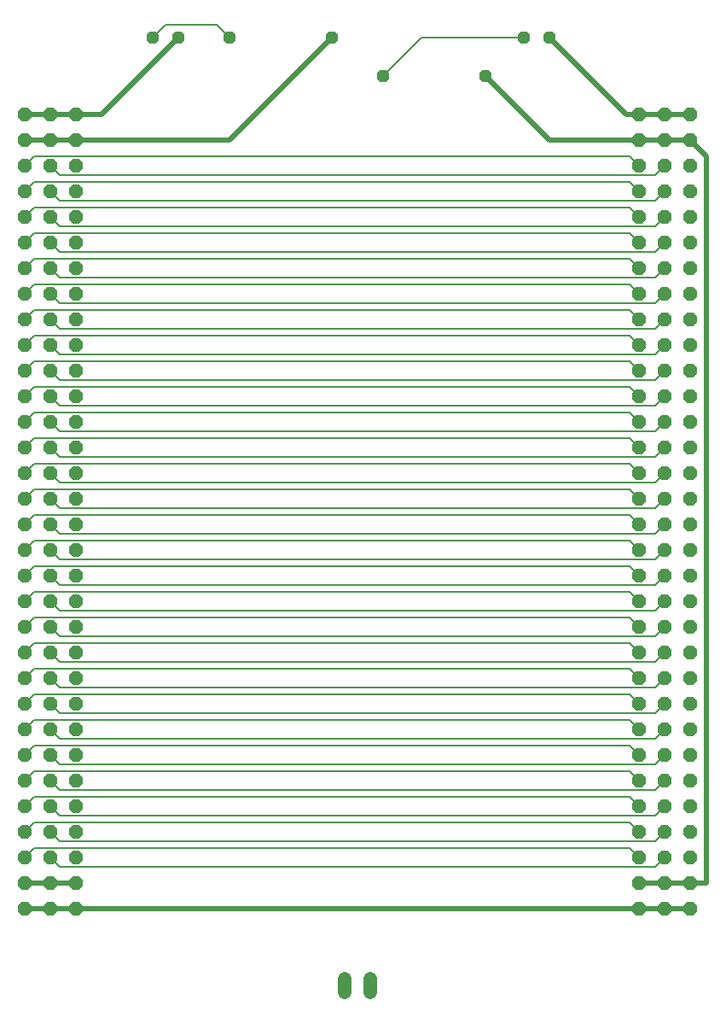
<source format=gbr>
G04 EAGLE Gerber RS-274X export*
G75*
%MOMM*%
%FSLAX34Y34*%
%LPD*%
%INTop Copper*%
%IPPOS*%
%AMOC8*
5,1,8,0,0,1.08239X$1,22.5*%
G01*
%ADD10P,1.484606X8X22.500000*%
%ADD11P,1.319650X8X22.500000*%
%ADD12C,1.371600*%
%ADD13C,0.508000*%
%ADD14C,0.152400*%


D10*
X50800Y965200D03*
X50800Y939800D03*
X50800Y914400D03*
X50800Y889000D03*
X50800Y863600D03*
X50800Y838200D03*
X50800Y812800D03*
X50800Y787400D03*
X50800Y762000D03*
X50800Y736600D03*
X50800Y711200D03*
X50800Y685800D03*
X50800Y660400D03*
X50800Y635000D03*
X50800Y609600D03*
X50800Y584200D03*
X101600Y965200D03*
X101600Y939800D03*
X101600Y914400D03*
X101600Y889000D03*
X101600Y863600D03*
X101600Y838200D03*
X101600Y812800D03*
X101600Y787400D03*
X101600Y762000D03*
X101600Y736600D03*
X101600Y711200D03*
X101600Y685800D03*
X101600Y660400D03*
X101600Y635000D03*
X101600Y609600D03*
X101600Y584200D03*
X76200Y965200D03*
X76200Y939800D03*
X76200Y914400D03*
X76200Y889000D03*
X76200Y863600D03*
X76200Y838200D03*
X76200Y812800D03*
X76200Y787400D03*
X76200Y762000D03*
X76200Y736600D03*
X76200Y711200D03*
X76200Y685800D03*
X76200Y660400D03*
X76200Y635000D03*
X76200Y609600D03*
X76200Y584200D03*
X50800Y558800D03*
X50800Y533400D03*
X50800Y508000D03*
X50800Y482600D03*
X50800Y457200D03*
X50800Y431800D03*
X50800Y406400D03*
X50800Y381000D03*
X50800Y355600D03*
X50800Y330200D03*
X50800Y304800D03*
X50800Y279400D03*
X50800Y254000D03*
X50800Y228600D03*
X50800Y203200D03*
X50800Y177800D03*
X101600Y558800D03*
X101600Y533400D03*
X101600Y508000D03*
X101600Y482600D03*
X101600Y457200D03*
X101600Y431800D03*
X101600Y406400D03*
X101600Y381000D03*
X101600Y355600D03*
X101600Y330200D03*
X101600Y304800D03*
X101600Y279400D03*
X101600Y254000D03*
X101600Y228600D03*
X101600Y203200D03*
X101600Y177800D03*
X76200Y558800D03*
X76200Y533400D03*
X76200Y508000D03*
X76200Y482600D03*
X76200Y457200D03*
X76200Y431800D03*
X76200Y406400D03*
X76200Y381000D03*
X76200Y355600D03*
X76200Y330200D03*
X76200Y304800D03*
X76200Y279400D03*
X76200Y254000D03*
X76200Y228600D03*
X76200Y203200D03*
X76200Y177800D03*
X660400Y965200D03*
X660400Y939800D03*
X660400Y914400D03*
X660400Y889000D03*
X660400Y863600D03*
X660400Y838200D03*
X660400Y812800D03*
X660400Y787400D03*
X660400Y762000D03*
X660400Y736600D03*
X660400Y711200D03*
X660400Y685800D03*
X660400Y660400D03*
X660400Y635000D03*
X660400Y609600D03*
X660400Y584200D03*
X711200Y965200D03*
X711200Y939800D03*
X711200Y914400D03*
X711200Y889000D03*
X711200Y863600D03*
X711200Y838200D03*
X711200Y812800D03*
X711200Y787400D03*
X711200Y762000D03*
X711200Y736600D03*
X711200Y711200D03*
X711200Y685800D03*
X711200Y660400D03*
X711200Y635000D03*
X711200Y609600D03*
X711200Y584200D03*
X685800Y965200D03*
X685800Y939800D03*
X685800Y914400D03*
X685800Y889000D03*
X685800Y863600D03*
X685800Y838200D03*
X685800Y812800D03*
X685800Y787400D03*
X685800Y762000D03*
X685800Y736600D03*
X685800Y711200D03*
X685800Y685800D03*
X685800Y660400D03*
X685800Y635000D03*
X685800Y609600D03*
X685800Y584200D03*
X660400Y558800D03*
X660400Y533400D03*
X660400Y508000D03*
X660400Y482600D03*
X660400Y457200D03*
X660400Y431800D03*
X660400Y406400D03*
X660400Y381000D03*
X660400Y355600D03*
X660400Y330200D03*
X660400Y304800D03*
X660400Y279400D03*
X660400Y254000D03*
X660400Y228600D03*
X660400Y203200D03*
X660400Y177800D03*
X711200Y558800D03*
X711200Y533400D03*
X711200Y508000D03*
X711200Y482600D03*
X711200Y457200D03*
X711200Y431800D03*
X711200Y406400D03*
X711200Y381000D03*
X711200Y355600D03*
X711200Y330200D03*
X711200Y304800D03*
X711200Y279400D03*
X711200Y254000D03*
X711200Y228600D03*
X711200Y203200D03*
X711200Y177800D03*
X685800Y558800D03*
X685800Y533400D03*
X685800Y508000D03*
X685800Y482600D03*
X685800Y457200D03*
X685800Y431800D03*
X685800Y406400D03*
X685800Y381000D03*
X685800Y355600D03*
X685800Y330200D03*
X685800Y304800D03*
X685800Y279400D03*
X685800Y254000D03*
X685800Y228600D03*
X685800Y203200D03*
X685800Y177800D03*
D11*
X177800Y1041400D03*
X203200Y1041400D03*
X254000Y1041400D03*
X355600Y1041400D03*
X546100Y1041400D03*
X571500Y1041400D03*
X406400Y1003300D03*
X508000Y1003300D03*
D12*
X393700Y108458D02*
X393700Y94742D01*
X368300Y94742D02*
X368300Y108458D01*
D13*
X76200Y177800D02*
X50800Y177800D01*
X76200Y177800D02*
X101600Y177800D01*
X660400Y177800D02*
X685800Y177800D01*
X711200Y177800D01*
X660400Y177800D02*
X101600Y177800D01*
X647700Y965200D02*
X571500Y1041400D01*
X647700Y965200D02*
X660400Y965200D01*
X685800Y965200D01*
X711200Y965200D01*
X76200Y965200D02*
X50800Y965200D01*
X127000Y965200D02*
X203200Y1041400D01*
X127000Y965200D02*
X101600Y965200D01*
X76200Y965200D01*
D14*
X60325Y923925D02*
X50800Y914400D01*
X60325Y923925D02*
X650875Y923925D01*
X660400Y914400D01*
X60325Y898525D02*
X50800Y889000D01*
X60325Y898525D02*
X650875Y898525D01*
X660400Y889000D01*
X60325Y873125D02*
X50800Y863600D01*
X60325Y873125D02*
X650875Y873125D01*
X660400Y863600D01*
X60325Y847725D02*
X50800Y838200D01*
X60325Y847725D02*
X650875Y847725D01*
X660400Y838200D01*
X60325Y822325D02*
X50800Y812800D01*
X60325Y822325D02*
X650875Y822325D01*
X660400Y812800D01*
X60325Y796925D02*
X50800Y787400D01*
X60325Y796925D02*
X650875Y796925D01*
X660400Y787400D01*
X60325Y771525D02*
X50800Y762000D01*
X60325Y771525D02*
X650875Y771525D01*
X660400Y762000D01*
X60325Y746125D02*
X50800Y736600D01*
X60325Y746125D02*
X650875Y746125D01*
X660400Y736600D01*
X60325Y720725D02*
X50800Y711200D01*
X60325Y720725D02*
X650875Y720725D01*
X660400Y711200D01*
X60325Y695325D02*
X50800Y685800D01*
X60325Y695325D02*
X650875Y695325D01*
X660400Y685800D01*
X60325Y669925D02*
X50800Y660400D01*
X60325Y669925D02*
X650875Y669925D01*
X660400Y660400D01*
X60325Y644525D02*
X50800Y635000D01*
X60325Y644525D02*
X650875Y644525D01*
X660400Y635000D01*
X60325Y619125D02*
X50800Y609600D01*
X60325Y619125D02*
X650875Y619125D01*
X660400Y609600D01*
X60325Y593725D02*
X50800Y584200D01*
X60325Y593725D02*
X650875Y593725D01*
X660400Y584200D01*
X60325Y568325D02*
X50800Y558800D01*
X60325Y568325D02*
X650875Y568325D01*
X660400Y558800D01*
X60325Y542925D02*
X50800Y533400D01*
X60325Y542925D02*
X650875Y542925D01*
X660400Y533400D01*
X60325Y517525D02*
X50800Y508000D01*
X60325Y517525D02*
X650875Y517525D01*
X660400Y508000D01*
X60325Y492125D02*
X50800Y482600D01*
X60325Y492125D02*
X650875Y492125D01*
X660400Y482600D01*
X60325Y466725D02*
X50800Y457200D01*
X60325Y466725D02*
X650875Y466725D01*
X660400Y457200D01*
X60325Y441325D02*
X50800Y431800D01*
X60325Y441325D02*
X650875Y441325D01*
X660400Y431800D01*
X60325Y415925D02*
X50800Y406400D01*
X60325Y415925D02*
X650875Y415925D01*
X660400Y406400D01*
X60325Y390525D02*
X50800Y381000D01*
X60325Y390525D02*
X650875Y390525D01*
X660400Y381000D01*
X60325Y365125D02*
X50800Y355600D01*
X60325Y365125D02*
X650875Y365125D01*
X660400Y355600D01*
X60325Y339725D02*
X50800Y330200D01*
X60325Y339725D02*
X650875Y339725D01*
X660400Y330200D01*
X60325Y314325D02*
X50800Y304800D01*
X60325Y314325D02*
X650875Y314325D01*
X660400Y304800D01*
X60325Y288925D02*
X50800Y279400D01*
X60325Y288925D02*
X650875Y288925D01*
X660400Y279400D01*
X60325Y263525D02*
X50800Y254000D01*
X60325Y263525D02*
X650875Y263525D01*
X660400Y254000D01*
X60325Y238125D02*
X50800Y228600D01*
X60325Y238125D02*
X650875Y238125D01*
X660400Y228600D01*
X177800Y1041400D02*
X190500Y1054100D01*
X241300Y1054100D01*
X254000Y1041400D01*
X406400Y1003300D02*
X444500Y1041400D01*
X546100Y1041400D01*
X85725Y904875D02*
X76200Y914400D01*
X85725Y904875D02*
X676275Y904875D01*
X685800Y914400D01*
X85725Y879475D02*
X76200Y889000D01*
X85725Y879475D02*
X676275Y879475D01*
X685800Y889000D01*
X85725Y854075D02*
X76200Y863600D01*
X85725Y854075D02*
X676275Y854075D01*
X685800Y863600D01*
X85725Y828675D02*
X76200Y838200D01*
X85725Y828675D02*
X676275Y828675D01*
X685800Y838200D01*
X85725Y803275D02*
X76200Y812800D01*
X85725Y803275D02*
X676275Y803275D01*
X685800Y812800D01*
X85725Y777875D02*
X76200Y787400D01*
X85725Y777875D02*
X676275Y777875D01*
X685800Y787400D01*
X85725Y752475D02*
X76200Y762000D01*
X85725Y752475D02*
X676275Y752475D01*
X685800Y762000D01*
X85725Y727075D02*
X76200Y736600D01*
X85725Y727075D02*
X676275Y727075D01*
X685800Y736600D01*
X85725Y701675D02*
X76200Y711200D01*
X85725Y701675D02*
X676275Y701675D01*
X685800Y711200D01*
X85725Y676275D02*
X76200Y685800D01*
X85725Y676275D02*
X676275Y676275D01*
X685800Y685800D01*
X85725Y650875D02*
X76200Y660400D01*
X85725Y650875D02*
X676275Y650875D01*
X685800Y660400D01*
X85725Y625475D02*
X76200Y635000D01*
X85725Y625475D02*
X676275Y625475D01*
X685800Y635000D01*
X85725Y600075D02*
X76200Y609600D01*
X85725Y600075D02*
X676275Y600075D01*
X685800Y609600D01*
X85725Y574675D02*
X76200Y584200D01*
X85725Y574675D02*
X676275Y574675D01*
X685800Y584200D01*
X85725Y549275D02*
X76200Y558800D01*
X85725Y549275D02*
X676275Y549275D01*
X685800Y558800D01*
X85725Y523875D02*
X76200Y533400D01*
X85725Y523875D02*
X676275Y523875D01*
X685800Y533400D01*
X85725Y498475D02*
X76200Y508000D01*
X85725Y498475D02*
X676275Y498475D01*
X685800Y508000D01*
X85725Y473075D02*
X76200Y482600D01*
X85725Y473075D02*
X676275Y473075D01*
X685800Y482600D01*
X85725Y447675D02*
X76200Y457200D01*
X85725Y447675D02*
X676275Y447675D01*
X685800Y457200D01*
X85725Y422275D02*
X76200Y431800D01*
X85725Y422275D02*
X676275Y422275D01*
X685800Y431800D01*
X85725Y396875D02*
X76200Y406400D01*
X85725Y396875D02*
X676275Y396875D01*
X685800Y406400D01*
X85725Y371475D02*
X76200Y381000D01*
X85725Y371475D02*
X676275Y371475D01*
X685800Y381000D01*
X85725Y346075D02*
X76200Y355600D01*
X85725Y346075D02*
X676275Y346075D01*
X685800Y355600D01*
X85725Y320675D02*
X76200Y330200D01*
X85725Y320675D02*
X676275Y320675D01*
X685800Y330200D01*
X85725Y295275D02*
X76200Y304800D01*
X85725Y295275D02*
X676275Y295275D01*
X685800Y304800D01*
X85725Y269875D02*
X76200Y279400D01*
X85725Y269875D02*
X676275Y269875D01*
X685800Y279400D01*
X85725Y244475D02*
X76200Y254000D01*
X85725Y244475D02*
X676275Y244475D01*
X685800Y254000D01*
X85725Y219075D02*
X76200Y228600D01*
X85725Y219075D02*
X676275Y219075D01*
X685800Y228600D01*
D13*
X76200Y939800D02*
X50800Y939800D01*
X254000Y939800D02*
X355600Y1041400D01*
X254000Y939800D02*
X101600Y939800D01*
X76200Y939800D01*
X76200Y203200D02*
X50800Y203200D01*
X76200Y203200D02*
X101600Y203200D01*
X571500Y939800D02*
X508000Y1003300D01*
X571500Y939800D02*
X660400Y939800D01*
X685800Y939800D01*
X711200Y939800D01*
X685800Y203200D02*
X660400Y203200D01*
X685800Y203200D02*
X711200Y203200D01*
X727075Y923925D02*
X711200Y939800D01*
X727075Y923925D02*
X727075Y203200D01*
X711200Y203200D01*
M02*

</source>
